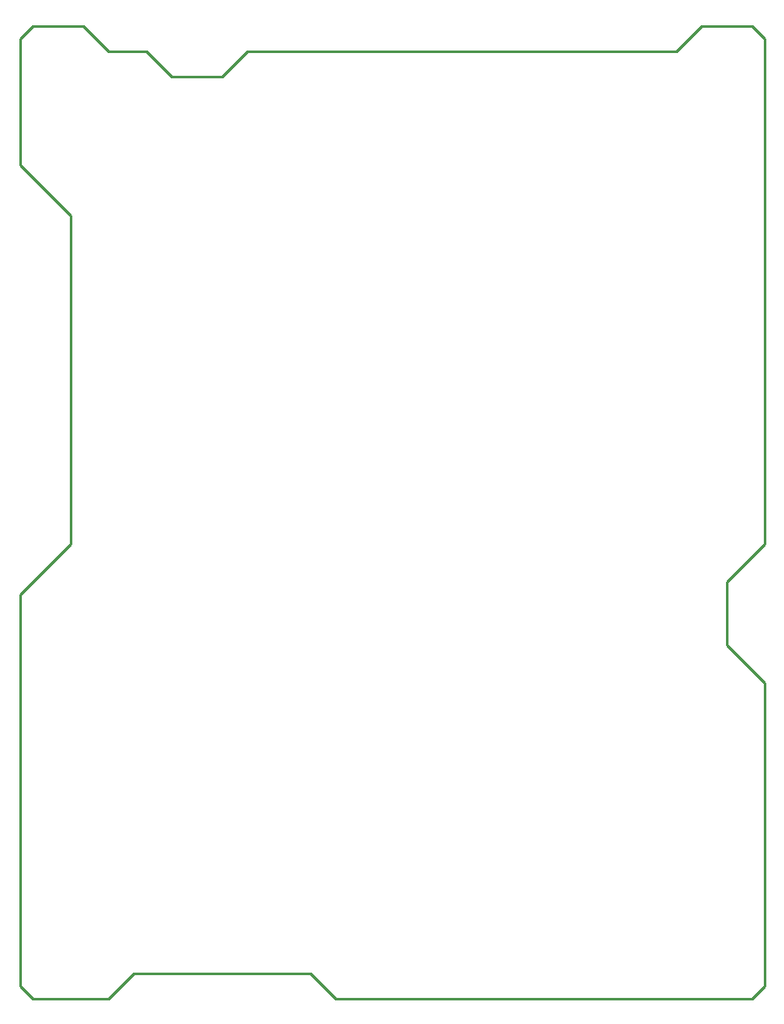
<source format=gko>
G04 Layer: BoardOutlineLayer*
G04 EasyEDA v6.5.9, 2022-07-24 08:21:13*
G04 5bc8cb45828b4c0bbea3d3a06f8b76a5,bf633cf64d8a430dba0ab8f24d4e683d,10*
G04 Gerber Generator version 0.2*
G04 Scale: 100 percent, Rotated: No, Reflected: No *
G04 Dimensions in millimeters *
G04 leading zeros omitted , absolute positions ,4 integer and 5 decimal *
%FSLAX45Y45*%
%MOMM*%

%ADD10C,0.2540*%
D10*
X127000Y0D02*
G01*
X635000Y0D01*
X889000Y-254000D01*
X1270000Y-254000D01*
X1524000Y-508000D01*
X2032000Y-508000D01*
X2286000Y-254000D01*
X6604000Y-254000D01*
X6858000Y0D01*
X7366000Y0D01*
X7493000Y-127000D01*
X7493000Y-5207000D01*
X7112000Y-5588000D01*
X7112000Y-6223000D01*
X7493000Y-6604000D01*
X7493000Y-9652000D01*
X7366000Y-9779000D01*
X3175000Y-9779000D01*
X2921000Y-9525000D01*
X1143000Y-9525000D01*
X889000Y-9779000D01*
X127000Y-9779000D01*
X0Y-9652000D01*
X0Y-5715000D01*
X508000Y-5207000D01*
X508000Y-1905000D01*
X0Y-1397000D01*
X0Y-127000D01*
X127000Y0D01*

%LPD*%
M02*

</source>
